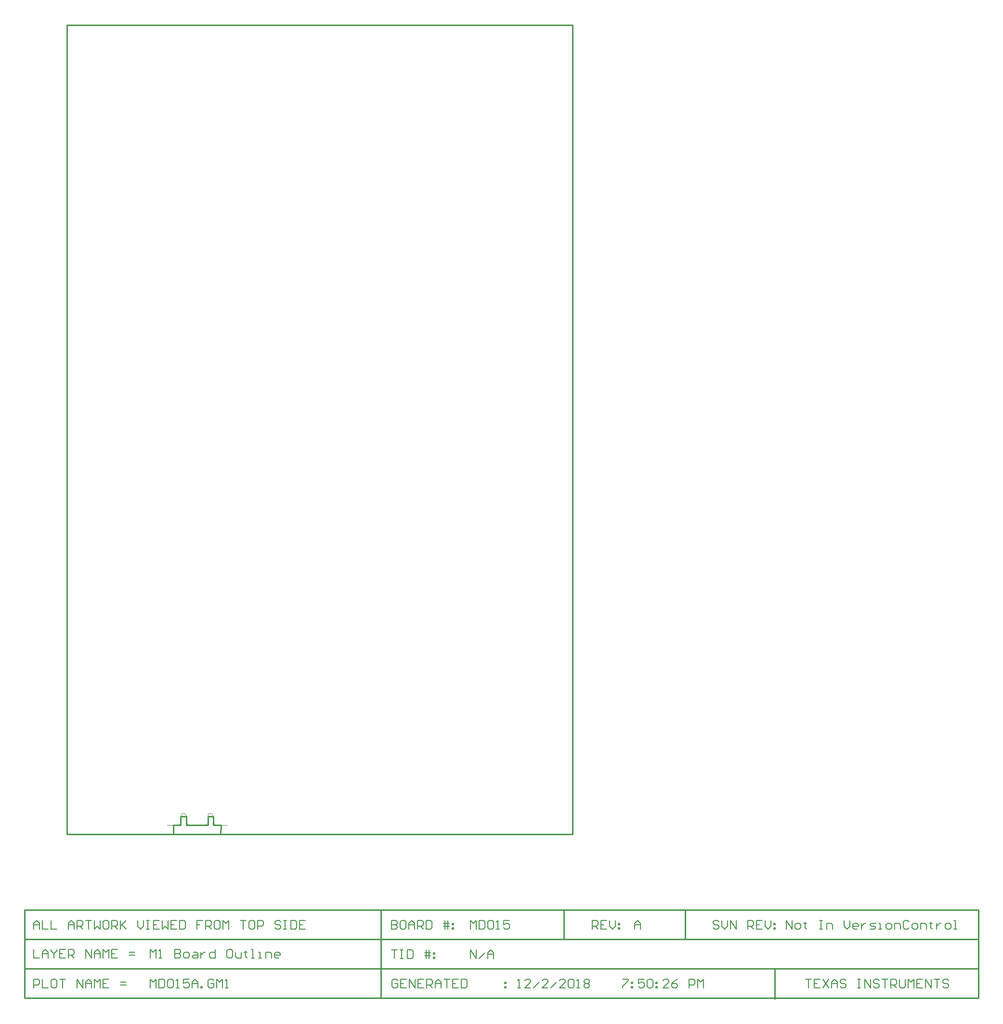
<source format=gm1>
G04*
G04 #@! TF.GenerationSoftware,Altium Limited,Altium Designer,18.1.9 (240)*
G04*
G04 Layer_Color=11296232*
%FSAX25Y25*%
%MOIN*%
G70*
G01*
G75*
%ADD16C,0.01000*%
%ADD19C,0.00394*%
%ADD22C,0.00800*%
G54D16*
X0069200Y0153400D02*
X0419200D01*
Y0713400D01*
X0069200D02*
X0419200D01*
X0069200Y0153400D02*
Y0713400D01*
X0170527Y0159596D02*
X0175827D01*
X0170527D02*
Y0165596D01*
X0175760Y0153400D02*
X0175827Y0159596D01*
X0166827Y0165596D02*
X0170527D01*
X0166827Y0159596D02*
Y0165596D01*
X0151827Y0159596D02*
X0166827D01*
X0151827D02*
Y0165596D01*
X0148127D02*
X0151827D01*
X0148127Y0159596D02*
Y0165596D01*
X0142827Y0159596D02*
X0148127D01*
X0142827Y0153400D02*
Y0159596D01*
X0559400Y0039400D02*
Y0059683D01*
X0440500Y0040050D02*
X0700200D01*
Y0101050D01*
X0286500Y0040050D02*
Y0101050D01*
X0040000Y0040050D02*
Y0101050D01*
X0040050Y0040050D02*
X0197600D01*
X0040050D02*
Y0101050D01*
X0700200D01*
X0040000Y0040050D02*
X0440500D01*
X0040000Y0060383D02*
X0700000D01*
X0040000Y0080717D02*
X0700200D01*
X0413200D02*
Y0101050D01*
X0497200Y0080717D02*
Y0101050D01*
G54D19*
X0170449Y0166092D02*
G03*
X0166906Y0166092I-0001772J0000000D01*
G01*
X0151748D02*
G03*
X0148205Y0166092I-0001772J0000000D01*
G01*
X0146237Y0159596D02*
X0148205Y0161564D01*
X0170449D02*
X0172418Y0159596D01*
X0164937D02*
X0166906Y0161564D01*
X0164839Y0159596D02*
X0164937D01*
X0151748Y0161564D02*
X0153717Y0159596D01*
X0153815D01*
X0172418D02*
X0179996D01*
X0170449Y0161564D02*
Y0166092D01*
X0166906Y0161564D02*
Y0166092D01*
X0138658Y0159596D02*
X0146237D01*
X0148205Y0161564D02*
Y0166092D01*
X0151748Y0161564D02*
Y0166092D01*
X0153815Y0159596D02*
X0164839D01*
G54D22*
X0126900Y0067551D02*
Y0073549D01*
X0128899Y0071549D01*
X0130899Y0073549D01*
Y0067551D01*
X0132898D02*
X0134897D01*
X0133898D01*
Y0073549D01*
X0132898Y0072549D01*
X0143895Y0073549D02*
Y0067551D01*
X0146894D01*
X0147893Y0068550D01*
Y0069550D01*
X0146894Y0070550D01*
X0143895D01*
X0146894D01*
X0147893Y0071549D01*
Y0072549D01*
X0146894Y0073549D01*
X0143895D01*
X0150892Y0067551D02*
X0152892D01*
X0153891Y0068550D01*
Y0070550D01*
X0152892Y0071549D01*
X0150892D01*
X0149893Y0070550D01*
Y0068550D01*
X0150892Y0067551D01*
X0156890Y0071549D02*
X0158890D01*
X0159889Y0070550D01*
Y0067551D01*
X0156890D01*
X0155891Y0068550D01*
X0156890Y0069550D01*
X0159889D01*
X0161889Y0071549D02*
Y0067551D01*
Y0069550D01*
X0162888Y0070550D01*
X0163888Y0071549D01*
X0164888D01*
X0171885Y0073549D02*
Y0067551D01*
X0168886D01*
X0167887Y0068550D01*
Y0070550D01*
X0168886Y0071549D01*
X0171885D01*
X0182882Y0073549D02*
X0180883D01*
X0179883Y0072549D01*
Y0068550D01*
X0180883Y0067551D01*
X0182882D01*
X0183882Y0068550D01*
Y0072549D01*
X0182882Y0073549D01*
X0185881Y0071549D02*
Y0068550D01*
X0186881Y0067551D01*
X0189880D01*
Y0071549D01*
X0192879Y0072549D02*
Y0071549D01*
X0191879D01*
X0193878D01*
X0192879D01*
Y0068550D01*
X0193878Y0067551D01*
X0196877D02*
X0198877D01*
X0197877D01*
Y0073549D01*
X0196877D01*
X0201876Y0067551D02*
X0203875D01*
X0202875D01*
Y0071549D01*
X0201876D01*
X0206874Y0067551D02*
Y0071549D01*
X0209873D01*
X0210873Y0070550D01*
Y0067551D01*
X0215871D02*
X0213872D01*
X0212872Y0068550D01*
Y0070550D01*
X0213872Y0071549D01*
X0215871D01*
X0216871Y0070550D01*
Y0069550D01*
X0212872D01*
X0348550Y0067500D02*
Y0073498D01*
X0352549Y0067500D01*
Y0073498D01*
X0354548Y0067500D02*
X0358547Y0071499D01*
X0360546Y0067500D02*
Y0071499D01*
X0362545Y0073498D01*
X0364545Y0071499D01*
Y0067500D01*
Y0070499D01*
X0360546D01*
X0294000Y0073498D02*
X0297999D01*
X0295999D01*
Y0067500D01*
X0299998Y0073498D02*
X0301997D01*
X0300998D01*
Y0067500D01*
X0299998D01*
X0301997D01*
X0304996Y0073498D02*
Y0067500D01*
X0307996D01*
X0308995Y0068500D01*
Y0072498D01*
X0307996Y0073498D01*
X0304996D01*
X0317992Y0067500D02*
Y0073498D01*
X0319992D02*
Y0067500D01*
X0316993Y0071499D02*
X0319992D01*
X0320991D01*
X0316993Y0069499D02*
X0320991D01*
X0322991Y0071499D02*
X0323990D01*
Y0070499D01*
X0322991D01*
Y0071499D01*
Y0068500D02*
X0323990D01*
Y0067500D01*
X0322991D01*
Y0068500D01*
X0580500Y0052965D02*
X0584499D01*
X0582499D01*
Y0046966D01*
X0590497Y0052965D02*
X0586498D01*
Y0046966D01*
X0590497D01*
X0586498Y0049966D02*
X0588497D01*
X0592496Y0052965D02*
X0596495Y0046966D01*
Y0052965D02*
X0592496Y0046966D01*
X0598494D02*
Y0050965D01*
X0600493Y0052965D01*
X0602493Y0050965D01*
Y0046966D01*
Y0049966D01*
X0598494D01*
X0608491Y0051965D02*
X0607491Y0052965D01*
X0605492D01*
X0604492Y0051965D01*
Y0050965D01*
X0605492Y0049966D01*
X0607491D01*
X0608491Y0048966D01*
Y0047966D01*
X0607491Y0046966D01*
X0605492D01*
X0604492Y0047966D01*
X0616488Y0052965D02*
X0618488D01*
X0617488D01*
Y0046966D01*
X0616488D01*
X0618488D01*
X0621487D02*
Y0052965D01*
X0625486Y0046966D01*
Y0052965D01*
X0631484Y0051965D02*
X0630484Y0052965D01*
X0628484D01*
X0627485Y0051965D01*
Y0050965D01*
X0628484Y0049966D01*
X0630484D01*
X0631484Y0048966D01*
Y0047966D01*
X0630484Y0046966D01*
X0628484D01*
X0627485Y0047966D01*
X0633483Y0052965D02*
X0637482D01*
X0635482D01*
Y0046966D01*
X0639481D02*
Y0052965D01*
X0642480D01*
X0643480Y0051965D01*
Y0049966D01*
X0642480Y0048966D01*
X0639481D01*
X0641480D02*
X0643480Y0046966D01*
X0645479Y0052965D02*
Y0047966D01*
X0646479Y0046966D01*
X0648478D01*
X0649478Y0047966D01*
Y0052965D01*
X0651477Y0046966D02*
Y0052965D01*
X0653476Y0050965D01*
X0655476Y0052965D01*
Y0046966D01*
X0661474Y0052965D02*
X0657475D01*
Y0046966D01*
X0661474D01*
X0657475Y0049966D02*
X0659474D01*
X0663473Y0046966D02*
Y0052965D01*
X0667472Y0046966D01*
Y0052965D01*
X0669471D02*
X0673470D01*
X0671471D01*
Y0046966D01*
X0679468Y0051965D02*
X0678468Y0052965D01*
X0676469D01*
X0675469Y0051965D01*
Y0050965D01*
X0676469Y0049966D01*
X0678468D01*
X0679468Y0048966D01*
Y0047966D01*
X0678468Y0046966D01*
X0676469D01*
X0675469Y0047966D01*
X0454050Y0052965D02*
X0458049D01*
Y0051965D01*
X0454050Y0047966D01*
Y0046966D01*
X0460048Y0050965D02*
X0461048D01*
Y0049966D01*
X0460048D01*
Y0050965D01*
Y0047966D02*
X0461048D01*
Y0046966D01*
X0460048D01*
Y0047966D01*
X0469045Y0052965D02*
X0465046D01*
Y0049966D01*
X0467046Y0050965D01*
X0468046D01*
X0469045Y0049966D01*
Y0047966D01*
X0468046Y0046966D01*
X0466046D01*
X0465046Y0047966D01*
X0471044Y0051965D02*
X0472044Y0052965D01*
X0474044D01*
X0475043Y0051965D01*
Y0047966D01*
X0474044Y0046966D01*
X0472044D01*
X0471044Y0047966D01*
Y0051965D01*
X0477043Y0050965D02*
X0478042D01*
Y0049966D01*
X0477043D01*
Y0050965D01*
Y0047966D02*
X0478042D01*
Y0046966D01*
X0477043D01*
Y0047966D01*
X0486040Y0046966D02*
X0482041D01*
X0486040Y0050965D01*
Y0051965D01*
X0485040Y0052965D01*
X0483041D01*
X0482041Y0051965D01*
X0492038Y0052965D02*
X0490038Y0051965D01*
X0488039Y0049966D01*
Y0047966D01*
X0489039Y0046966D01*
X0491038D01*
X0492038Y0047966D01*
Y0048966D01*
X0491038Y0049966D01*
X0488039D01*
X0500035Y0046966D02*
Y0052965D01*
X0503034D01*
X0504034Y0051965D01*
Y0049966D01*
X0503034Y0048966D01*
X0500035D01*
X0506033Y0046966D02*
Y0052965D01*
X0508033Y0050965D01*
X0510032Y0052965D01*
Y0046966D01*
X0046350D02*
Y0052965D01*
X0049349D01*
X0050349Y0051965D01*
Y0049966D01*
X0049349Y0048966D01*
X0046350D01*
X0052348Y0052965D02*
Y0046966D01*
X0056347D01*
X0061345Y0052965D02*
X0059346D01*
X0058346Y0051965D01*
Y0047966D01*
X0059346Y0046966D01*
X0061345D01*
X0062345Y0047966D01*
Y0051965D01*
X0061345Y0052965D01*
X0064344D02*
X0068343D01*
X0066343D01*
Y0046966D01*
X0076340D02*
Y0052965D01*
X0080339Y0046966D01*
Y0052965D01*
X0082338Y0046966D02*
Y0050965D01*
X0084338Y0052965D01*
X0086337Y0050965D01*
Y0046966D01*
Y0049966D01*
X0082338D01*
X0088336Y0046966D02*
Y0052965D01*
X0090336Y0050965D01*
X0092335Y0052965D01*
Y0046966D01*
X0098333Y0052965D02*
X0094335D01*
Y0046966D01*
X0098333D01*
X0094335Y0049966D02*
X0096334D01*
X0106331Y0048966D02*
X0110329D01*
X0106331Y0050965D02*
X0110329D01*
X0046350Y0073549D02*
Y0067551D01*
X0050349D01*
X0052348D02*
Y0071549D01*
X0054347Y0073549D01*
X0056347Y0071549D01*
Y0067551D01*
Y0070550D01*
X0052348D01*
X0058346Y0073549D02*
Y0072549D01*
X0060346Y0070550D01*
X0062345Y0072549D01*
Y0073549D01*
X0060346Y0070550D02*
Y0067551D01*
X0068343Y0073549D02*
X0064344D01*
Y0067551D01*
X0068343D01*
X0064344Y0070550D02*
X0066343D01*
X0070342Y0067551D02*
Y0073549D01*
X0073341D01*
X0074341Y0072549D01*
Y0070550D01*
X0073341Y0069550D01*
X0070342D01*
X0072342D02*
X0074341Y0067551D01*
X0082338D02*
Y0073549D01*
X0086337Y0067551D01*
Y0073549D01*
X0088336Y0067551D02*
Y0071549D01*
X0090336Y0073549D01*
X0092335Y0071549D01*
Y0067551D01*
Y0070550D01*
X0088336D01*
X0094335Y0067551D02*
Y0073549D01*
X0096334Y0071549D01*
X0098333Y0073549D01*
Y0067551D01*
X0104331Y0073549D02*
X0100332D01*
Y0067551D01*
X0104331D01*
X0100332Y0070550D02*
X0102332D01*
X0112329Y0069550D02*
X0116327D01*
X0112329Y0071549D02*
X0116327D01*
X0294000Y0093831D02*
Y0087833D01*
X0296999D01*
X0297999Y0088833D01*
Y0089833D01*
X0296999Y0090832D01*
X0294000D01*
X0296999D01*
X0297999Y0091832D01*
Y0092832D01*
X0296999Y0093831D01*
X0294000D01*
X0302997D02*
X0300998D01*
X0299998Y0092832D01*
Y0088833D01*
X0300998Y0087833D01*
X0302997D01*
X0303997Y0088833D01*
Y0092832D01*
X0302997Y0093831D01*
X0305996Y0087833D02*
Y0091832D01*
X0307996Y0093831D01*
X0309995Y0091832D01*
Y0087833D01*
Y0090832D01*
X0305996D01*
X0311994Y0087833D02*
Y0093831D01*
X0314993D01*
X0315993Y0092832D01*
Y0090832D01*
X0314993Y0089833D01*
X0311994D01*
X0313994D02*
X0315993Y0087833D01*
X0317992Y0093831D02*
Y0087833D01*
X0320991D01*
X0321991Y0088833D01*
Y0092832D01*
X0320991Y0093831D01*
X0317992D01*
X0330988Y0087833D02*
Y0093831D01*
X0332987D02*
Y0087833D01*
X0329988Y0091832D02*
X0332987D01*
X0333987D01*
X0329988Y0089833D02*
X0333987D01*
X0335986Y0091832D02*
X0336986D01*
Y0090832D01*
X0335986D01*
Y0091832D01*
Y0088833D02*
X0336986D01*
Y0087833D01*
X0335986D01*
Y0088833D01*
X0348550Y0087833D02*
Y0093831D01*
X0350549Y0091832D01*
X0352549Y0093831D01*
Y0087833D01*
X0354548Y0093831D02*
Y0087833D01*
X0357547D01*
X0358547Y0088833D01*
Y0092832D01*
X0357547Y0093831D01*
X0354548D01*
X0360546Y0092832D02*
X0361546Y0093831D01*
X0363545D01*
X0364545Y0092832D01*
Y0088833D01*
X0363545Y0087833D01*
X0361546D01*
X0360546Y0088833D01*
Y0092832D01*
X0366544Y0087833D02*
X0368544D01*
X0367544D01*
Y0093831D01*
X0366544Y0092832D01*
X0375541Y0093831D02*
X0371543D01*
Y0090832D01*
X0373542Y0091832D01*
X0374542D01*
X0375541Y0090832D01*
Y0088833D01*
X0374542Y0087833D01*
X0372542D01*
X0371543Y0088833D01*
X0462150Y0087833D02*
Y0091832D01*
X0464149Y0093831D01*
X0466149Y0091832D01*
Y0087833D01*
Y0090832D01*
X0462150D01*
X0046350Y0087833D02*
Y0091832D01*
X0048349Y0093831D01*
X0050349Y0091832D01*
Y0087833D01*
Y0090832D01*
X0046350D01*
X0052348Y0093831D02*
Y0087833D01*
X0056347D01*
X0058346Y0093831D02*
Y0087833D01*
X0062345D01*
X0070342D02*
Y0091832D01*
X0072342Y0093831D01*
X0074341Y0091832D01*
Y0087833D01*
Y0090832D01*
X0070342D01*
X0076340Y0087833D02*
Y0093831D01*
X0079339D01*
X0080339Y0092832D01*
Y0090832D01*
X0079339Y0089833D01*
X0076340D01*
X0078340D02*
X0080339Y0087833D01*
X0082338Y0093831D02*
X0086337D01*
X0084338D01*
Y0087833D01*
X0088336Y0093831D02*
Y0087833D01*
X0090336Y0089833D01*
X0092335Y0087833D01*
Y0093831D01*
X0097334D02*
X0095334D01*
X0094335Y0092832D01*
Y0088833D01*
X0095334Y0087833D01*
X0097334D01*
X0098333Y0088833D01*
Y0092832D01*
X0097334Y0093831D01*
X0100332Y0087833D02*
Y0093831D01*
X0103332D01*
X0104331Y0092832D01*
Y0090832D01*
X0103332Y0089833D01*
X0100332D01*
X0102332D02*
X0104331Y0087833D01*
X0106331Y0093831D02*
Y0087833D01*
Y0089833D01*
X0110329Y0093831D01*
X0107330Y0090832D01*
X0110329Y0087833D01*
X0118327Y0093831D02*
Y0089833D01*
X0120326Y0087833D01*
X0122325Y0089833D01*
Y0093831D01*
X0124325D02*
X0126324D01*
X0125324D01*
Y0087833D01*
X0124325D01*
X0126324D01*
X0133322Y0093831D02*
X0129323D01*
Y0087833D01*
X0133322D01*
X0129323Y0090832D02*
X0131323D01*
X0135321Y0093831D02*
Y0087833D01*
X0137321Y0089833D01*
X0139320Y0087833D01*
Y0093831D01*
X0145318D02*
X0141319D01*
Y0087833D01*
X0145318D01*
X0141319Y0090832D02*
X0143319D01*
X0147317Y0093831D02*
Y0087833D01*
X0150316D01*
X0151316Y0088833D01*
Y0092832D01*
X0150316Y0093831D01*
X0147317D01*
X0163312D02*
X0159313D01*
Y0090832D01*
X0161313D01*
X0159313D01*
Y0087833D01*
X0165312D02*
Y0093831D01*
X0168310D01*
X0169310Y0092832D01*
Y0090832D01*
X0168310Y0089833D01*
X0165312D01*
X0167311D02*
X0169310Y0087833D01*
X0174309Y0093831D02*
X0172309D01*
X0171310Y0092832D01*
Y0088833D01*
X0172309Y0087833D01*
X0174309D01*
X0175308Y0088833D01*
Y0092832D01*
X0174309Y0093831D01*
X0177308Y0087833D02*
Y0093831D01*
X0179307Y0091832D01*
X0181306Y0093831D01*
Y0087833D01*
X0189304Y0093831D02*
X0193303D01*
X0191303D01*
Y0087833D01*
X0198301Y0093831D02*
X0196301D01*
X0195302Y0092832D01*
Y0088833D01*
X0196301Y0087833D01*
X0198301D01*
X0199301Y0088833D01*
Y0092832D01*
X0198301Y0093831D01*
X0201300Y0087833D02*
Y0093831D01*
X0204299D01*
X0205299Y0092832D01*
Y0090832D01*
X0204299Y0089833D01*
X0201300D01*
X0217295Y0092832D02*
X0216295Y0093831D01*
X0214296D01*
X0213296Y0092832D01*
Y0091832D01*
X0214296Y0090832D01*
X0216295D01*
X0217295Y0089833D01*
Y0088833D01*
X0216295Y0087833D01*
X0214296D01*
X0213296Y0088833D01*
X0219294Y0093831D02*
X0221293D01*
X0220294D01*
Y0087833D01*
X0219294D01*
X0221293D01*
X0224292Y0093831D02*
Y0087833D01*
X0227291D01*
X0228291Y0088833D01*
Y0092832D01*
X0227291Y0093831D01*
X0224292D01*
X0234289D02*
X0230291D01*
Y0087833D01*
X0234289D01*
X0230291Y0090832D02*
X0232290D01*
X0298199Y0051965D02*
X0297199Y0052965D01*
X0295200D01*
X0294200Y0051965D01*
Y0047966D01*
X0295200Y0046966D01*
X0297199D01*
X0298199Y0047966D01*
Y0049966D01*
X0296199D01*
X0304197Y0052965D02*
X0300198D01*
Y0046966D01*
X0304197D01*
X0300198Y0049966D02*
X0302197D01*
X0306196Y0046966D02*
Y0052965D01*
X0310195Y0046966D01*
Y0052965D01*
X0316193D02*
X0312194D01*
Y0046966D01*
X0316193D01*
X0312194Y0049966D02*
X0314194D01*
X0318192Y0046966D02*
Y0052965D01*
X0321191D01*
X0322191Y0051965D01*
Y0049966D01*
X0321191Y0048966D01*
X0318192D01*
X0320192D02*
X0322191Y0046966D01*
X0324190D02*
Y0050965D01*
X0326190Y0052965D01*
X0328189Y0050965D01*
Y0046966D01*
Y0049966D01*
X0324190D01*
X0330188Y0052965D02*
X0334187D01*
X0332188D01*
Y0046966D01*
X0340185Y0052965D02*
X0336186D01*
Y0046966D01*
X0340185D01*
X0336186Y0049966D02*
X0338186D01*
X0342184Y0052965D02*
Y0046966D01*
X0345183D01*
X0346183Y0047966D01*
Y0051965D01*
X0345183Y0052965D01*
X0342184D01*
X0372175Y0050965D02*
X0373175D01*
Y0049966D01*
X0372175D01*
Y0050965D01*
Y0047966D02*
X0373175D01*
Y0046966D01*
X0372175D01*
Y0047966D01*
X0381150Y0046966D02*
X0383149D01*
X0382150D01*
Y0052965D01*
X0381150Y0051965D01*
X0390147Y0046966D02*
X0386148D01*
X0390147Y0050965D01*
Y0051965D01*
X0389147Y0052965D01*
X0387148D01*
X0386148Y0051965D01*
X0392146Y0046966D02*
X0396145Y0050965D01*
X0402143Y0046966D02*
X0398145D01*
X0402143Y0050965D01*
Y0051965D01*
X0401144Y0052965D01*
X0399144D01*
X0398145Y0051965D01*
X0404143Y0046966D02*
X0408141Y0050965D01*
X0414139Y0046966D02*
X0410141D01*
X0414139Y0050965D01*
Y0051965D01*
X0413140Y0052965D01*
X0411140D01*
X0410141Y0051965D01*
X0416139D02*
X0417138Y0052965D01*
X0419138D01*
X0420137Y0051965D01*
Y0047966D01*
X0419138Y0046966D01*
X0417138D01*
X0416139Y0047966D01*
Y0051965D01*
X0422137Y0046966D02*
X0424136D01*
X0423136D01*
Y0052965D01*
X0422137Y0051965D01*
X0427135D02*
X0428135Y0052965D01*
X0430134D01*
X0431134Y0051965D01*
Y0050965D01*
X0430134Y0049966D01*
X0431134Y0048966D01*
Y0047966D01*
X0430134Y0046966D01*
X0428135D01*
X0427135Y0047966D01*
Y0048966D01*
X0428135Y0049966D01*
X0427135Y0050965D01*
Y0051965D01*
X0428135Y0049966D02*
X0430134D01*
X0126900Y0046966D02*
Y0052965D01*
X0128899Y0050965D01*
X0130899Y0052965D01*
Y0046966D01*
X0132898Y0052965D02*
Y0046966D01*
X0135897D01*
X0136897Y0047966D01*
Y0051965D01*
X0135897Y0052965D01*
X0132898D01*
X0138896Y0051965D02*
X0139896Y0052965D01*
X0141895D01*
X0142895Y0051965D01*
Y0047966D01*
X0141895Y0046966D01*
X0139896D01*
X0138896Y0047966D01*
Y0051965D01*
X0144894Y0046966D02*
X0146894D01*
X0145894D01*
Y0052965D01*
X0144894Y0051965D01*
X0153891Y0052965D02*
X0149893D01*
Y0049966D01*
X0151892Y0050965D01*
X0152892D01*
X0153891Y0049966D01*
Y0047966D01*
X0152892Y0046966D01*
X0150892D01*
X0149893Y0047966D01*
X0155891Y0046966D02*
Y0050965D01*
X0157890Y0052965D01*
X0159889Y0050965D01*
Y0046966D01*
Y0049966D01*
X0155891D01*
X0161889Y0046966D02*
Y0047966D01*
X0162888D01*
Y0046966D01*
X0161889D01*
X0170886Y0051965D02*
X0169886Y0052965D01*
X0167887D01*
X0166887Y0051965D01*
Y0047966D01*
X0167887Y0046966D01*
X0169886D01*
X0170886Y0047966D01*
Y0049966D01*
X0168886D01*
X0172885Y0046966D02*
Y0052965D01*
X0174884Y0050965D01*
X0176884Y0052965D01*
Y0046966D01*
X0178883D02*
X0180883D01*
X0179883D01*
Y0052965D01*
X0178883Y0051965D01*
X0433000Y0087833D02*
Y0093831D01*
X0435999D01*
X0436999Y0092832D01*
Y0090832D01*
X0435999Y0089833D01*
X0433000D01*
X0434999D02*
X0436999Y0087833D01*
X0442997Y0093831D02*
X0438998D01*
Y0087833D01*
X0442997D01*
X0438998Y0090832D02*
X0440997D01*
X0444996Y0093831D02*
Y0089833D01*
X0446995Y0087833D01*
X0448995Y0089833D01*
Y0093831D01*
X0450994Y0091832D02*
X0451994D01*
Y0090832D01*
X0450994D01*
Y0091832D01*
Y0088833D02*
X0451994D01*
Y0087833D01*
X0450994D01*
Y0088833D01*
X0520799Y0092832D02*
X0519799Y0093831D01*
X0517800D01*
X0516800Y0092832D01*
Y0091832D01*
X0517800Y0090832D01*
X0519799D01*
X0520799Y0089833D01*
Y0088833D01*
X0519799Y0087833D01*
X0517800D01*
X0516800Y0088833D01*
X0522798Y0093831D02*
Y0089833D01*
X0524797Y0087833D01*
X0526797Y0089833D01*
Y0093831D01*
X0528796Y0087833D02*
Y0093831D01*
X0532795Y0087833D01*
Y0093831D01*
X0540792Y0087833D02*
Y0093831D01*
X0543791D01*
X0544791Y0092832D01*
Y0090832D01*
X0543791Y0089833D01*
X0540792D01*
X0542792D02*
X0544791Y0087833D01*
X0550789Y0093831D02*
X0546790D01*
Y0087833D01*
X0550789D01*
X0546790Y0090832D02*
X0548790D01*
X0552788Y0093831D02*
Y0089833D01*
X0554788Y0087833D01*
X0556787Y0089833D01*
Y0093831D01*
X0558786Y0091832D02*
X0559786D01*
Y0090832D01*
X0558786D01*
Y0091832D01*
Y0088833D02*
X0559786D01*
Y0087833D01*
X0558786D01*
Y0088833D01*
X0567400Y0087833D02*
Y0093831D01*
X0571399Y0087833D01*
Y0093831D01*
X0574398Y0087833D02*
X0576397D01*
X0577397Y0088833D01*
Y0090832D01*
X0576397Y0091832D01*
X0574398D01*
X0573398Y0090832D01*
Y0088833D01*
X0574398Y0087833D01*
X0580396Y0092832D02*
Y0091832D01*
X0579396D01*
X0581395D01*
X0580396D01*
Y0088833D01*
X0581395Y0087833D01*
X0590393Y0093831D02*
X0592392D01*
X0591392D01*
Y0087833D01*
X0590393D01*
X0592392D01*
X0595391D02*
Y0091832D01*
X0598390D01*
X0599390Y0090832D01*
Y0087833D01*
X0607387Y0093831D02*
Y0089833D01*
X0609386Y0087833D01*
X0611386Y0089833D01*
Y0093831D01*
X0616384Y0087833D02*
X0614385D01*
X0613385Y0088833D01*
Y0090832D01*
X0614385Y0091832D01*
X0616384D01*
X0617384Y0090832D01*
Y0089833D01*
X0613385D01*
X0619383Y0091832D02*
Y0087833D01*
Y0089833D01*
X0620383Y0090832D01*
X0621383Y0091832D01*
X0622382D01*
X0625381Y0087833D02*
X0628380D01*
X0629380Y0088833D01*
X0628380Y0089833D01*
X0626381D01*
X0625381Y0090832D01*
X0626381Y0091832D01*
X0629380D01*
X0631379Y0087833D02*
X0633379D01*
X0632379D01*
Y0091832D01*
X0631379D01*
X0637377Y0087833D02*
X0639377D01*
X0640376Y0088833D01*
Y0090832D01*
X0639377Y0091832D01*
X0637377D01*
X0636378Y0090832D01*
Y0088833D01*
X0637377Y0087833D01*
X0642376D02*
Y0091832D01*
X0645375D01*
X0646374Y0090832D01*
Y0087833D01*
X0652373Y0092832D02*
X0651373Y0093831D01*
X0649373D01*
X0648374Y0092832D01*
Y0088833D01*
X0649373Y0087833D01*
X0651373D01*
X0652373Y0088833D01*
X0655372Y0087833D02*
X0657371D01*
X0658371Y0088833D01*
Y0090832D01*
X0657371Y0091832D01*
X0655372D01*
X0654372Y0090832D01*
Y0088833D01*
X0655372Y0087833D01*
X0660370D02*
Y0091832D01*
X0663369D01*
X0664369Y0090832D01*
Y0087833D01*
X0667368Y0092832D02*
Y0091832D01*
X0666368D01*
X0668367D01*
X0667368D01*
Y0088833D01*
X0668367Y0087833D01*
X0671366Y0091832D02*
Y0087833D01*
Y0089833D01*
X0672366Y0090832D01*
X0673366Y0091832D01*
X0674365D01*
X0678364Y0087833D02*
X0680364D01*
X0681363Y0088833D01*
Y0090832D01*
X0680364Y0091832D01*
X0678364D01*
X0677364Y0090832D01*
Y0088833D01*
X0678364Y0087833D01*
X0683362D02*
X0685362D01*
X0684362D01*
Y0093831D01*
X0683362D01*
M02*

</source>
